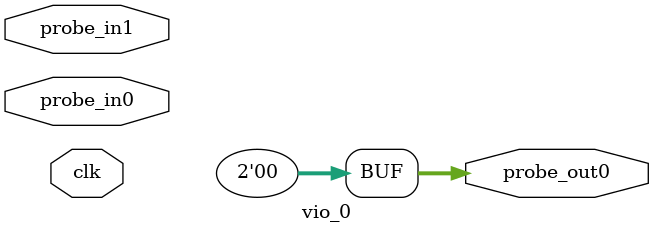
<source format=v>
`timescale 1ns / 1ps
module vio_0 (
clk,
probe_in0,probe_in1,
probe_out0
);

input clk;
input [0 : 0] probe_in0;
input [0 : 0] probe_in1;

output reg [1 : 0] probe_out0 = 'h0 ;


endmodule

</source>
